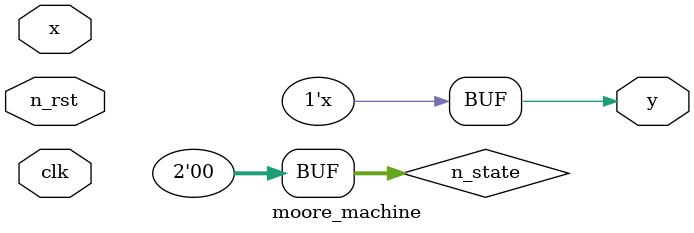
<source format=v>

module moore_machine(
    input clk,
    input n_rst,
    input x,
    output reg y      
);

reg [1:0] n_state;  // next state
reg [1:0] c_state;  // now state

always @(posedge clk or negedge n_rst) begin
    if (!n_rst) begin
        c_state <= 2'b0;
        y <= 1'b0;
    end

    else begin  // n_rst == 1
        c_state <= n_state;
        // y <= c_state;
    end
end

always @(x) begin
    y = n_state;
    case (n_state) 
        // x값에 따라 ? x = 0 일 때, 다음 상태 : x = 1 일 때, 다음 상태
        2'b00 : begin
            if (!x) begin
                n_state = 2'b01;
            end

            else begin
                n_state = 2'b00;
            end
        end

        2'b01 : begin
            if (!x) begin
                n_state = 2'b01;
            end

            else begin
                n_state = 2'b10;
            end
        end

        2'b10 : begin
            if (!x) begin
                n_state = 2'b10;
            end

            else begin
                n_state = 2'b11;
            end
        end

        2'b11 : begin
            if (!x) begin
                n_state = 2'b11;
            end

            else begin
                n_state = 2'b00;
            end
        end

        default : n_state = 2'b00;
    endcase
end

endmodule



/*
// 1bit moore machine.
module moore_machine (clk, rst, x, y);
    input clk;
    input rst;
    input x;

    output reg y;

    reg c_state;  // now state
    reg n_state;  // next state

    always @(posedge clk or negedge rst) begin
        if (!rst) begin
            c_state <= 1'b0;
        end

        else begin
            c_state <= n_state;
        end
    end


    always @(c_state, x) begin
        y = c_state;
        case (c_state)  // case : now state 
            1'b0:   // c_state = 0
                if (x) begin // x = 1
                    n_state = 1'b1;
                end

                else  begin // x = 0
                    n_state = 1'b0;
                end

            1'b1:   // c_state = 1
                if (x) begin // x = 1
                    n_state = 1'b0;
                end

                else begin // x = 0
                    n_state = 1'b1;
                end

            default: begin  // 실패시 next state = 0, y = 0
                n_state = 1'b0;
            end

        endcase
    end
endmodule
*/
</source>
